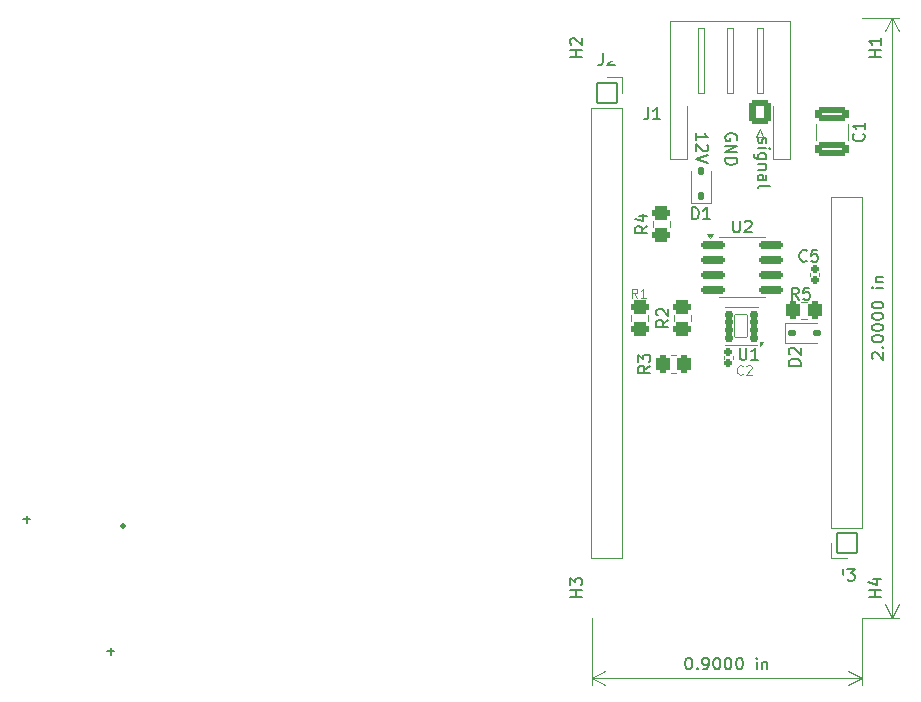
<source format=gbr>
%TF.GenerationSoftware,KiCad,Pcbnew,9.0.1+1*%
%TF.CreationDate,2025-05-19T20:13:15-04:00*%
%TF.ProjectId,lg_hvac_esp32,6c675f68-7661-4635-9f65-737033322e6b,rev?*%
%TF.SameCoordinates,Original*%
%TF.FileFunction,Legend,Top*%
%TF.FilePolarity,Positive*%
%FSLAX46Y46*%
G04 Gerber Fmt 4.6, Leading zero omitted, Abs format (unit mm)*
G04 Created by KiCad (PCBNEW 9.0.1+1) date 2025-05-19 20:13:15*
%MOMM*%
%LPD*%
G01*
G04 APERTURE LIST*
G04 Aperture macros list*
%AMRoundRect*
0 Rectangle with rounded corners*
0 $1 Rounding radius*
0 $2 $3 $4 $5 $6 $7 $8 $9 X,Y pos of 4 corners*
0 Add a 4 corners polygon primitive as box body*
4,1,4,$2,$3,$4,$5,$6,$7,$8,$9,$2,$3,0*
0 Add four circle primitives for the rounded corners*
1,1,$1+$1,$2,$3*
1,1,$1+$1,$4,$5*
1,1,$1+$1,$6,$7*
1,1,$1+$1,$8,$9*
0 Add four rect primitives between the rounded corners*
20,1,$1+$1,$2,$3,$4,$5,0*
20,1,$1+$1,$4,$5,$6,$7,0*
20,1,$1+$1,$6,$7,$8,$9,0*
20,1,$1+$1,$8,$9,$2,$3,0*%
G04 Aperture macros list end*
%ADD10C,0.200000*%
%ADD11C,0.300000*%
%ADD12C,0.150000*%
%ADD13C,0.120000*%
%ADD14C,0.100000*%
%ADD15RoundRect,0.050000X0.850000X0.850000X-0.850000X0.850000X-0.850000X-0.850000X0.850000X-0.850000X0*%
%ADD16C,1.800000*%
%ADD17RoundRect,0.050000X-0.850000X-0.850000X0.850000X-0.850000X0.850000X0.850000X-0.850000X0.850000X0*%
%ADD18C,2.800000*%
%ADD19RoundRect,0.264706X0.635294X0.760294X-0.635294X0.760294X-0.635294X-0.760294X0.635294X-0.760294X0*%
%ADD20O,1.800000X2.050000*%
%ADD21RoundRect,0.137500X0.137500X-0.212500X0.137500X0.212500X-0.137500X0.212500X-0.137500X-0.212500X0*%
%ADD22RoundRect,0.274390X0.288110X0.475610X-0.288110X0.475610X-0.288110X-0.475610X0.288110X-0.475610X0*%
%ADD23RoundRect,0.274390X-0.475610X0.288110X-0.475610X-0.288110X0.475610X-0.288110X0.475610X0.288110X0*%
%ADD24RoundRect,0.274390X0.475610X-0.288110X0.475610X0.288110X-0.475610X0.288110X-0.475610X-0.288110X0*%
%ADD25RoundRect,0.175000X-0.850000X-0.175000X0.850000X-0.175000X0.850000X0.175000X-0.850000X0.175000X0*%
%ADD26RoundRect,0.137500X-0.212500X-0.137500X0.212500X-0.137500X0.212500X0.137500X-0.212500X0.137500X0*%
%ADD27RoundRect,0.165000X-0.195000X0.165000X-0.195000X-0.165000X0.195000X-0.165000X0.195000X0.165000X0*%
%ADD28RoundRect,0.165000X0.195000X-0.165000X0.195000X0.165000X-0.195000X0.165000X-0.195000X-0.165000X0*%
%ADD29RoundRect,0.274390X-0.288110X-0.475610X0.288110X-0.475610X0.288110X0.475610X-0.288110X0.475610X0*%
%ADD30RoundRect,0.050000X0.550000X0.950000X-0.550000X0.950000X-0.550000X-0.950000X0.550000X-0.950000X0*%
%ADD31RoundRect,0.150000X0.212500X0.150000X-0.212500X0.150000X-0.212500X-0.150000X0.212500X-0.150000X0*%
%ADD32RoundRect,0.271739X-1.128261X0.353261X-1.128261X-0.353261X1.128261X-0.353261X1.128261X0.353261X0*%
G04 APERTURE END LIST*
D10*
X100382780Y-35493482D02*
X100382780Y-34922054D01*
X100382780Y-35207768D02*
X101382780Y-35207768D01*
X101382780Y-35207768D02*
X101239923Y-35112530D01*
X101239923Y-35112530D02*
X101144685Y-35017292D01*
X101144685Y-35017292D02*
X101097066Y-34922054D01*
X101287542Y-35874435D02*
X101335161Y-35922054D01*
X101335161Y-35922054D02*
X101382780Y-36017292D01*
X101382780Y-36017292D02*
X101382780Y-36255387D01*
X101382780Y-36255387D02*
X101335161Y-36350625D01*
X101335161Y-36350625D02*
X101287542Y-36398244D01*
X101287542Y-36398244D02*
X101192304Y-36445863D01*
X101192304Y-36445863D02*
X101097066Y-36445863D01*
X101097066Y-36445863D02*
X100954209Y-36398244D01*
X100954209Y-36398244D02*
X100382780Y-35826816D01*
X100382780Y-35826816D02*
X100382780Y-36445863D01*
X101382780Y-36731578D02*
X100382780Y-37064911D01*
X100382780Y-37064911D02*
X101382780Y-37398244D01*
X103785161Y-35493482D02*
X103832780Y-35398244D01*
X103832780Y-35398244D02*
X103832780Y-35255387D01*
X103832780Y-35255387D02*
X103785161Y-35112530D01*
X103785161Y-35112530D02*
X103689923Y-35017292D01*
X103689923Y-35017292D02*
X103594685Y-34969673D01*
X103594685Y-34969673D02*
X103404209Y-34922054D01*
X103404209Y-34922054D02*
X103261352Y-34922054D01*
X103261352Y-34922054D02*
X103070876Y-34969673D01*
X103070876Y-34969673D02*
X102975638Y-35017292D01*
X102975638Y-35017292D02*
X102880400Y-35112530D01*
X102880400Y-35112530D02*
X102832780Y-35255387D01*
X102832780Y-35255387D02*
X102832780Y-35350625D01*
X102832780Y-35350625D02*
X102880400Y-35493482D01*
X102880400Y-35493482D02*
X102928019Y-35541101D01*
X102928019Y-35541101D02*
X103261352Y-35541101D01*
X103261352Y-35541101D02*
X103261352Y-35350625D01*
X102832780Y-35969673D02*
X103832780Y-35969673D01*
X103832780Y-35969673D02*
X102832780Y-36541101D01*
X102832780Y-36541101D02*
X103832780Y-36541101D01*
X102832780Y-37017292D02*
X103832780Y-37017292D01*
X103832780Y-37017292D02*
X103832780Y-37255387D01*
X103832780Y-37255387D02*
X103785161Y-37398244D01*
X103785161Y-37398244D02*
X103689923Y-37493482D01*
X103689923Y-37493482D02*
X103594685Y-37541101D01*
X103594685Y-37541101D02*
X103404209Y-37588720D01*
X103404209Y-37588720D02*
X103261352Y-37588720D01*
X103261352Y-37588720D02*
X103070876Y-37541101D01*
X103070876Y-37541101D02*
X102975638Y-37493482D01*
X102975638Y-37493482D02*
X102880400Y-37398244D01*
X102880400Y-37398244D02*
X102832780Y-37255387D01*
X102832780Y-37255387D02*
X102832780Y-37017292D01*
X105680400Y-35322054D02*
X105632780Y-35417292D01*
X105632780Y-35417292D02*
X105632780Y-35607768D01*
X105632780Y-35607768D02*
X105680400Y-35703006D01*
X105680400Y-35703006D02*
X105775638Y-35750625D01*
X105775638Y-35750625D02*
X105823257Y-35750625D01*
X105823257Y-35750625D02*
X105918495Y-35703006D01*
X105918495Y-35703006D02*
X105966114Y-35607768D01*
X105966114Y-35607768D02*
X105966114Y-35464911D01*
X105966114Y-35464911D02*
X106013733Y-35369673D01*
X106013733Y-35369673D02*
X106108971Y-35322054D01*
X106108971Y-35322054D02*
X106156590Y-35322054D01*
X106156590Y-35322054D02*
X106251828Y-35369673D01*
X106251828Y-35369673D02*
X106299447Y-35464911D01*
X106299447Y-35464911D02*
X106299447Y-35607768D01*
X106299447Y-35607768D02*
X106251828Y-35703006D01*
X105632780Y-36179197D02*
X106299447Y-36179197D01*
X106632780Y-36179197D02*
X106585161Y-36131578D01*
X106585161Y-36131578D02*
X106537542Y-36179197D01*
X106537542Y-36179197D02*
X106585161Y-36226816D01*
X106585161Y-36226816D02*
X106632780Y-36179197D01*
X106632780Y-36179197D02*
X106537542Y-36179197D01*
X106299447Y-37083958D02*
X105489923Y-37083958D01*
X105489923Y-37083958D02*
X105394685Y-37036339D01*
X105394685Y-37036339D02*
X105347066Y-36988720D01*
X105347066Y-36988720D02*
X105299447Y-36893482D01*
X105299447Y-36893482D02*
X105299447Y-36750625D01*
X105299447Y-36750625D02*
X105347066Y-36655387D01*
X105680400Y-37083958D02*
X105632780Y-36988720D01*
X105632780Y-36988720D02*
X105632780Y-36798244D01*
X105632780Y-36798244D02*
X105680400Y-36703006D01*
X105680400Y-36703006D02*
X105728019Y-36655387D01*
X105728019Y-36655387D02*
X105823257Y-36607768D01*
X105823257Y-36607768D02*
X106108971Y-36607768D01*
X106108971Y-36607768D02*
X106204209Y-36655387D01*
X106204209Y-36655387D02*
X106251828Y-36703006D01*
X106251828Y-36703006D02*
X106299447Y-36798244D01*
X106299447Y-36798244D02*
X106299447Y-36988720D01*
X106299447Y-36988720D02*
X106251828Y-37083958D01*
X106299447Y-37560149D02*
X105632780Y-37560149D01*
X106204209Y-37560149D02*
X106251828Y-37607768D01*
X106251828Y-37607768D02*
X106299447Y-37703006D01*
X106299447Y-37703006D02*
X106299447Y-37845863D01*
X106299447Y-37845863D02*
X106251828Y-37941101D01*
X106251828Y-37941101D02*
X106156590Y-37988720D01*
X106156590Y-37988720D02*
X105632780Y-37988720D01*
X105632780Y-38893482D02*
X106156590Y-38893482D01*
X106156590Y-38893482D02*
X106251828Y-38845863D01*
X106251828Y-38845863D02*
X106299447Y-38750625D01*
X106299447Y-38750625D02*
X106299447Y-38560149D01*
X106299447Y-38560149D02*
X106251828Y-38464911D01*
X105680400Y-38893482D02*
X105632780Y-38798244D01*
X105632780Y-38798244D02*
X105632780Y-38560149D01*
X105632780Y-38560149D02*
X105680400Y-38464911D01*
X105680400Y-38464911D02*
X105775638Y-38417292D01*
X105775638Y-38417292D02*
X105870876Y-38417292D01*
X105870876Y-38417292D02*
X105966114Y-38464911D01*
X105966114Y-38464911D02*
X106013733Y-38560149D01*
X106013733Y-38560149D02*
X106013733Y-38798244D01*
X106013733Y-38798244D02*
X106061352Y-38893482D01*
X105632780Y-39512530D02*
X105680400Y-39417292D01*
X105680400Y-39417292D02*
X105775638Y-39369673D01*
X105775638Y-39369673D02*
X106632780Y-39369673D01*
X50495238Y-78794933D02*
X51104762Y-78794933D01*
X50800000Y-79099695D02*
X50800000Y-78490171D01*
D11*
X51815999Y-68099471D02*
X51887428Y-68170900D01*
X51887428Y-68170900D02*
X51815999Y-68242328D01*
X51815999Y-68242328D02*
X51744571Y-68170900D01*
X51744571Y-68170900D02*
X51815999Y-68099471D01*
X51815999Y-68099471D02*
X51815999Y-68242328D01*
D10*
X43383238Y-67618933D02*
X43992762Y-67618933D01*
X43688000Y-67923695D02*
X43688000Y-67314171D01*
D12*
X99688095Y-79314819D02*
X99783333Y-79314819D01*
X99783333Y-79314819D02*
X99878571Y-79362438D01*
X99878571Y-79362438D02*
X99926190Y-79410057D01*
X99926190Y-79410057D02*
X99973809Y-79505295D01*
X99973809Y-79505295D02*
X100021428Y-79695771D01*
X100021428Y-79695771D02*
X100021428Y-79933866D01*
X100021428Y-79933866D02*
X99973809Y-80124342D01*
X99973809Y-80124342D02*
X99926190Y-80219580D01*
X99926190Y-80219580D02*
X99878571Y-80267200D01*
X99878571Y-80267200D02*
X99783333Y-80314819D01*
X99783333Y-80314819D02*
X99688095Y-80314819D01*
X99688095Y-80314819D02*
X99592857Y-80267200D01*
X99592857Y-80267200D02*
X99545238Y-80219580D01*
X99545238Y-80219580D02*
X99497619Y-80124342D01*
X99497619Y-80124342D02*
X99450000Y-79933866D01*
X99450000Y-79933866D02*
X99450000Y-79695771D01*
X99450000Y-79695771D02*
X99497619Y-79505295D01*
X99497619Y-79505295D02*
X99545238Y-79410057D01*
X99545238Y-79410057D02*
X99592857Y-79362438D01*
X99592857Y-79362438D02*
X99688095Y-79314819D01*
X100450000Y-80219580D02*
X100497619Y-80267200D01*
X100497619Y-80267200D02*
X100450000Y-80314819D01*
X100450000Y-80314819D02*
X100402381Y-80267200D01*
X100402381Y-80267200D02*
X100450000Y-80219580D01*
X100450000Y-80219580D02*
X100450000Y-80314819D01*
X100973809Y-80314819D02*
X101164285Y-80314819D01*
X101164285Y-80314819D02*
X101259523Y-80267200D01*
X101259523Y-80267200D02*
X101307142Y-80219580D01*
X101307142Y-80219580D02*
X101402380Y-80076723D01*
X101402380Y-80076723D02*
X101449999Y-79886247D01*
X101449999Y-79886247D02*
X101449999Y-79505295D01*
X101449999Y-79505295D02*
X101402380Y-79410057D01*
X101402380Y-79410057D02*
X101354761Y-79362438D01*
X101354761Y-79362438D02*
X101259523Y-79314819D01*
X101259523Y-79314819D02*
X101069047Y-79314819D01*
X101069047Y-79314819D02*
X100973809Y-79362438D01*
X100973809Y-79362438D02*
X100926190Y-79410057D01*
X100926190Y-79410057D02*
X100878571Y-79505295D01*
X100878571Y-79505295D02*
X100878571Y-79743390D01*
X100878571Y-79743390D02*
X100926190Y-79838628D01*
X100926190Y-79838628D02*
X100973809Y-79886247D01*
X100973809Y-79886247D02*
X101069047Y-79933866D01*
X101069047Y-79933866D02*
X101259523Y-79933866D01*
X101259523Y-79933866D02*
X101354761Y-79886247D01*
X101354761Y-79886247D02*
X101402380Y-79838628D01*
X101402380Y-79838628D02*
X101449999Y-79743390D01*
X102069047Y-79314819D02*
X102164285Y-79314819D01*
X102164285Y-79314819D02*
X102259523Y-79362438D01*
X102259523Y-79362438D02*
X102307142Y-79410057D01*
X102307142Y-79410057D02*
X102354761Y-79505295D01*
X102354761Y-79505295D02*
X102402380Y-79695771D01*
X102402380Y-79695771D02*
X102402380Y-79933866D01*
X102402380Y-79933866D02*
X102354761Y-80124342D01*
X102354761Y-80124342D02*
X102307142Y-80219580D01*
X102307142Y-80219580D02*
X102259523Y-80267200D01*
X102259523Y-80267200D02*
X102164285Y-80314819D01*
X102164285Y-80314819D02*
X102069047Y-80314819D01*
X102069047Y-80314819D02*
X101973809Y-80267200D01*
X101973809Y-80267200D02*
X101926190Y-80219580D01*
X101926190Y-80219580D02*
X101878571Y-80124342D01*
X101878571Y-80124342D02*
X101830952Y-79933866D01*
X101830952Y-79933866D02*
X101830952Y-79695771D01*
X101830952Y-79695771D02*
X101878571Y-79505295D01*
X101878571Y-79505295D02*
X101926190Y-79410057D01*
X101926190Y-79410057D02*
X101973809Y-79362438D01*
X101973809Y-79362438D02*
X102069047Y-79314819D01*
X103021428Y-79314819D02*
X103116666Y-79314819D01*
X103116666Y-79314819D02*
X103211904Y-79362438D01*
X103211904Y-79362438D02*
X103259523Y-79410057D01*
X103259523Y-79410057D02*
X103307142Y-79505295D01*
X103307142Y-79505295D02*
X103354761Y-79695771D01*
X103354761Y-79695771D02*
X103354761Y-79933866D01*
X103354761Y-79933866D02*
X103307142Y-80124342D01*
X103307142Y-80124342D02*
X103259523Y-80219580D01*
X103259523Y-80219580D02*
X103211904Y-80267200D01*
X103211904Y-80267200D02*
X103116666Y-80314819D01*
X103116666Y-80314819D02*
X103021428Y-80314819D01*
X103021428Y-80314819D02*
X102926190Y-80267200D01*
X102926190Y-80267200D02*
X102878571Y-80219580D01*
X102878571Y-80219580D02*
X102830952Y-80124342D01*
X102830952Y-80124342D02*
X102783333Y-79933866D01*
X102783333Y-79933866D02*
X102783333Y-79695771D01*
X102783333Y-79695771D02*
X102830952Y-79505295D01*
X102830952Y-79505295D02*
X102878571Y-79410057D01*
X102878571Y-79410057D02*
X102926190Y-79362438D01*
X102926190Y-79362438D02*
X103021428Y-79314819D01*
X103973809Y-79314819D02*
X104069047Y-79314819D01*
X104069047Y-79314819D02*
X104164285Y-79362438D01*
X104164285Y-79362438D02*
X104211904Y-79410057D01*
X104211904Y-79410057D02*
X104259523Y-79505295D01*
X104259523Y-79505295D02*
X104307142Y-79695771D01*
X104307142Y-79695771D02*
X104307142Y-79933866D01*
X104307142Y-79933866D02*
X104259523Y-80124342D01*
X104259523Y-80124342D02*
X104211904Y-80219580D01*
X104211904Y-80219580D02*
X104164285Y-80267200D01*
X104164285Y-80267200D02*
X104069047Y-80314819D01*
X104069047Y-80314819D02*
X103973809Y-80314819D01*
X103973809Y-80314819D02*
X103878571Y-80267200D01*
X103878571Y-80267200D02*
X103830952Y-80219580D01*
X103830952Y-80219580D02*
X103783333Y-80124342D01*
X103783333Y-80124342D02*
X103735714Y-79933866D01*
X103735714Y-79933866D02*
X103735714Y-79695771D01*
X103735714Y-79695771D02*
X103783333Y-79505295D01*
X103783333Y-79505295D02*
X103830952Y-79410057D01*
X103830952Y-79410057D02*
X103878571Y-79362438D01*
X103878571Y-79362438D02*
X103973809Y-79314819D01*
X105497619Y-80314819D02*
X105497619Y-79648152D01*
X105497619Y-79314819D02*
X105450000Y-79362438D01*
X105450000Y-79362438D02*
X105497619Y-79410057D01*
X105497619Y-79410057D02*
X105545238Y-79362438D01*
X105545238Y-79362438D02*
X105497619Y-79314819D01*
X105497619Y-79314819D02*
X105497619Y-79410057D01*
X105973809Y-79648152D02*
X105973809Y-80314819D01*
X105973809Y-79743390D02*
X106021428Y-79695771D01*
X106021428Y-79695771D02*
X106116666Y-79648152D01*
X106116666Y-79648152D02*
X106259523Y-79648152D01*
X106259523Y-79648152D02*
X106354761Y-79695771D01*
X106354761Y-79695771D02*
X106402380Y-79791009D01*
X106402380Y-79791009D02*
X106402380Y-80314819D01*
D13*
X91520000Y-75930000D02*
X91520000Y-81596420D01*
X114380000Y-75930000D02*
X114380000Y-81596420D01*
X91520000Y-81010000D02*
X114380000Y-81010000D01*
X91520000Y-81010000D02*
X92646504Y-80423579D01*
X91520000Y-81010000D02*
X92646504Y-81596421D01*
X114380000Y-81010000D02*
X113253496Y-81596421D01*
X114380000Y-81010000D02*
X113253496Y-80423579D01*
D12*
X115320057Y-54029999D02*
X115272438Y-53982380D01*
X115272438Y-53982380D02*
X115224819Y-53887142D01*
X115224819Y-53887142D02*
X115224819Y-53649047D01*
X115224819Y-53649047D02*
X115272438Y-53553809D01*
X115272438Y-53553809D02*
X115320057Y-53506190D01*
X115320057Y-53506190D02*
X115415295Y-53458571D01*
X115415295Y-53458571D02*
X115510533Y-53458571D01*
X115510533Y-53458571D02*
X115653390Y-53506190D01*
X115653390Y-53506190D02*
X116224819Y-54077618D01*
X116224819Y-54077618D02*
X116224819Y-53458571D01*
X116129580Y-53029999D02*
X116177200Y-52982380D01*
X116177200Y-52982380D02*
X116224819Y-53029999D01*
X116224819Y-53029999D02*
X116177200Y-53077618D01*
X116177200Y-53077618D02*
X116129580Y-53029999D01*
X116129580Y-53029999D02*
X116224819Y-53029999D01*
X115224819Y-52363333D02*
X115224819Y-52268095D01*
X115224819Y-52268095D02*
X115272438Y-52172857D01*
X115272438Y-52172857D02*
X115320057Y-52125238D01*
X115320057Y-52125238D02*
X115415295Y-52077619D01*
X115415295Y-52077619D02*
X115605771Y-52030000D01*
X115605771Y-52030000D02*
X115843866Y-52030000D01*
X115843866Y-52030000D02*
X116034342Y-52077619D01*
X116034342Y-52077619D02*
X116129580Y-52125238D01*
X116129580Y-52125238D02*
X116177200Y-52172857D01*
X116177200Y-52172857D02*
X116224819Y-52268095D01*
X116224819Y-52268095D02*
X116224819Y-52363333D01*
X116224819Y-52363333D02*
X116177200Y-52458571D01*
X116177200Y-52458571D02*
X116129580Y-52506190D01*
X116129580Y-52506190D02*
X116034342Y-52553809D01*
X116034342Y-52553809D02*
X115843866Y-52601428D01*
X115843866Y-52601428D02*
X115605771Y-52601428D01*
X115605771Y-52601428D02*
X115415295Y-52553809D01*
X115415295Y-52553809D02*
X115320057Y-52506190D01*
X115320057Y-52506190D02*
X115272438Y-52458571D01*
X115272438Y-52458571D02*
X115224819Y-52363333D01*
X115224819Y-51410952D02*
X115224819Y-51315714D01*
X115224819Y-51315714D02*
X115272438Y-51220476D01*
X115272438Y-51220476D02*
X115320057Y-51172857D01*
X115320057Y-51172857D02*
X115415295Y-51125238D01*
X115415295Y-51125238D02*
X115605771Y-51077619D01*
X115605771Y-51077619D02*
X115843866Y-51077619D01*
X115843866Y-51077619D02*
X116034342Y-51125238D01*
X116034342Y-51125238D02*
X116129580Y-51172857D01*
X116129580Y-51172857D02*
X116177200Y-51220476D01*
X116177200Y-51220476D02*
X116224819Y-51315714D01*
X116224819Y-51315714D02*
X116224819Y-51410952D01*
X116224819Y-51410952D02*
X116177200Y-51506190D01*
X116177200Y-51506190D02*
X116129580Y-51553809D01*
X116129580Y-51553809D02*
X116034342Y-51601428D01*
X116034342Y-51601428D02*
X115843866Y-51649047D01*
X115843866Y-51649047D02*
X115605771Y-51649047D01*
X115605771Y-51649047D02*
X115415295Y-51601428D01*
X115415295Y-51601428D02*
X115320057Y-51553809D01*
X115320057Y-51553809D02*
X115272438Y-51506190D01*
X115272438Y-51506190D02*
X115224819Y-51410952D01*
X115224819Y-50458571D02*
X115224819Y-50363333D01*
X115224819Y-50363333D02*
X115272438Y-50268095D01*
X115272438Y-50268095D02*
X115320057Y-50220476D01*
X115320057Y-50220476D02*
X115415295Y-50172857D01*
X115415295Y-50172857D02*
X115605771Y-50125238D01*
X115605771Y-50125238D02*
X115843866Y-50125238D01*
X115843866Y-50125238D02*
X116034342Y-50172857D01*
X116034342Y-50172857D02*
X116129580Y-50220476D01*
X116129580Y-50220476D02*
X116177200Y-50268095D01*
X116177200Y-50268095D02*
X116224819Y-50363333D01*
X116224819Y-50363333D02*
X116224819Y-50458571D01*
X116224819Y-50458571D02*
X116177200Y-50553809D01*
X116177200Y-50553809D02*
X116129580Y-50601428D01*
X116129580Y-50601428D02*
X116034342Y-50649047D01*
X116034342Y-50649047D02*
X115843866Y-50696666D01*
X115843866Y-50696666D02*
X115605771Y-50696666D01*
X115605771Y-50696666D02*
X115415295Y-50649047D01*
X115415295Y-50649047D02*
X115320057Y-50601428D01*
X115320057Y-50601428D02*
X115272438Y-50553809D01*
X115272438Y-50553809D02*
X115224819Y-50458571D01*
X115224819Y-49506190D02*
X115224819Y-49410952D01*
X115224819Y-49410952D02*
X115272438Y-49315714D01*
X115272438Y-49315714D02*
X115320057Y-49268095D01*
X115320057Y-49268095D02*
X115415295Y-49220476D01*
X115415295Y-49220476D02*
X115605771Y-49172857D01*
X115605771Y-49172857D02*
X115843866Y-49172857D01*
X115843866Y-49172857D02*
X116034342Y-49220476D01*
X116034342Y-49220476D02*
X116129580Y-49268095D01*
X116129580Y-49268095D02*
X116177200Y-49315714D01*
X116177200Y-49315714D02*
X116224819Y-49410952D01*
X116224819Y-49410952D02*
X116224819Y-49506190D01*
X116224819Y-49506190D02*
X116177200Y-49601428D01*
X116177200Y-49601428D02*
X116129580Y-49649047D01*
X116129580Y-49649047D02*
X116034342Y-49696666D01*
X116034342Y-49696666D02*
X115843866Y-49744285D01*
X115843866Y-49744285D02*
X115605771Y-49744285D01*
X115605771Y-49744285D02*
X115415295Y-49696666D01*
X115415295Y-49696666D02*
X115320057Y-49649047D01*
X115320057Y-49649047D02*
X115272438Y-49601428D01*
X115272438Y-49601428D02*
X115224819Y-49506190D01*
X116224819Y-47982380D02*
X115558152Y-47982380D01*
X115224819Y-47982380D02*
X115272438Y-48029999D01*
X115272438Y-48029999D02*
X115320057Y-47982380D01*
X115320057Y-47982380D02*
X115272438Y-47934761D01*
X115272438Y-47934761D02*
X115224819Y-47982380D01*
X115224819Y-47982380D02*
X115320057Y-47982380D01*
X115558152Y-47506190D02*
X116224819Y-47506190D01*
X115653390Y-47506190D02*
X115605771Y-47458571D01*
X115605771Y-47458571D02*
X115558152Y-47363333D01*
X115558152Y-47363333D02*
X115558152Y-47220476D01*
X115558152Y-47220476D02*
X115605771Y-47125238D01*
X115605771Y-47125238D02*
X115701009Y-47077619D01*
X115701009Y-47077619D02*
X116224819Y-47077619D01*
D13*
X114380000Y-75930000D02*
X117506420Y-75930000D01*
X114380000Y-25130000D02*
X117506420Y-25130000D01*
X116920000Y-75930000D02*
X116920000Y-25130000D01*
X116920000Y-75930000D02*
X116333579Y-74803496D01*
X116920000Y-75930000D02*
X117506421Y-74803496D01*
X116920000Y-25130000D02*
X117506421Y-26256504D01*
X116920000Y-25130000D02*
X116333579Y-26256504D01*
D12*
X112776666Y-71804819D02*
X112776666Y-72519104D01*
X112776666Y-72519104D02*
X112729047Y-72661961D01*
X112729047Y-72661961D02*
X112633809Y-72757200D01*
X112633809Y-72757200D02*
X112490952Y-72804819D01*
X112490952Y-72804819D02*
X112395714Y-72804819D01*
X113157619Y-71804819D02*
X113776666Y-71804819D01*
X113776666Y-71804819D02*
X113443333Y-72185771D01*
X113443333Y-72185771D02*
X113586190Y-72185771D01*
X113586190Y-72185771D02*
X113681428Y-72233390D01*
X113681428Y-72233390D02*
X113729047Y-72281009D01*
X113729047Y-72281009D02*
X113776666Y-72376247D01*
X113776666Y-72376247D02*
X113776666Y-72614342D01*
X113776666Y-72614342D02*
X113729047Y-72709580D01*
X113729047Y-72709580D02*
X113681428Y-72757200D01*
X113681428Y-72757200D02*
X113586190Y-72804819D01*
X113586190Y-72804819D02*
X113300476Y-72804819D01*
X113300476Y-72804819D02*
X113205238Y-72757200D01*
X113205238Y-72757200D02*
X113157619Y-72709580D01*
X92456666Y-28164819D02*
X92456666Y-28879104D01*
X92456666Y-28879104D02*
X92409047Y-29021961D01*
X92409047Y-29021961D02*
X92313809Y-29117200D01*
X92313809Y-29117200D02*
X92170952Y-29164819D01*
X92170952Y-29164819D02*
X92075714Y-29164819D01*
X92885238Y-28260057D02*
X92932857Y-28212438D01*
X92932857Y-28212438D02*
X93028095Y-28164819D01*
X93028095Y-28164819D02*
X93266190Y-28164819D01*
X93266190Y-28164819D02*
X93361428Y-28212438D01*
X93361428Y-28212438D02*
X93409047Y-28260057D01*
X93409047Y-28260057D02*
X93456666Y-28355295D01*
X93456666Y-28355295D02*
X93456666Y-28450533D01*
X93456666Y-28450533D02*
X93409047Y-28593390D01*
X93409047Y-28593390D02*
X92837619Y-29164819D01*
X92837619Y-29164819D02*
X93456666Y-29164819D01*
X90704819Y-74151904D02*
X89704819Y-74151904D01*
X90181009Y-74151904D02*
X90181009Y-73580476D01*
X90704819Y-73580476D02*
X89704819Y-73580476D01*
X89704819Y-73199523D02*
X89704819Y-72580476D01*
X89704819Y-72580476D02*
X90085771Y-72913809D01*
X90085771Y-72913809D02*
X90085771Y-72770952D01*
X90085771Y-72770952D02*
X90133390Y-72675714D01*
X90133390Y-72675714D02*
X90181009Y-72628095D01*
X90181009Y-72628095D02*
X90276247Y-72580476D01*
X90276247Y-72580476D02*
X90514342Y-72580476D01*
X90514342Y-72580476D02*
X90609580Y-72628095D01*
X90609580Y-72628095D02*
X90657200Y-72675714D01*
X90657200Y-72675714D02*
X90704819Y-72770952D01*
X90704819Y-72770952D02*
X90704819Y-73056666D01*
X90704819Y-73056666D02*
X90657200Y-73151904D01*
X90657200Y-73151904D02*
X90609580Y-73199523D01*
X115994819Y-28431904D02*
X114994819Y-28431904D01*
X115471009Y-28431904D02*
X115471009Y-27860476D01*
X115994819Y-27860476D02*
X114994819Y-27860476D01*
X115994819Y-26860476D02*
X115994819Y-27431904D01*
X115994819Y-27146190D02*
X114994819Y-27146190D01*
X114994819Y-27146190D02*
X115137676Y-27241428D01*
X115137676Y-27241428D02*
X115232914Y-27336666D01*
X115232914Y-27336666D02*
X115280533Y-27431904D01*
X115994819Y-74151904D02*
X114994819Y-74151904D01*
X115471009Y-74151904D02*
X115471009Y-73580476D01*
X115994819Y-73580476D02*
X114994819Y-73580476D01*
X115328152Y-72675714D02*
X115994819Y-72675714D01*
X114947200Y-72913809D02*
X115661485Y-73151904D01*
X115661485Y-73151904D02*
X115661485Y-72532857D01*
X90704819Y-28431904D02*
X89704819Y-28431904D01*
X90181009Y-28431904D02*
X90181009Y-27860476D01*
X90704819Y-27860476D02*
X89704819Y-27860476D01*
X89800057Y-27431904D02*
X89752438Y-27384285D01*
X89752438Y-27384285D02*
X89704819Y-27289047D01*
X89704819Y-27289047D02*
X89704819Y-27050952D01*
X89704819Y-27050952D02*
X89752438Y-26955714D01*
X89752438Y-26955714D02*
X89800057Y-26908095D01*
X89800057Y-26908095D02*
X89895295Y-26860476D01*
X89895295Y-26860476D02*
X89990533Y-26860476D01*
X89990533Y-26860476D02*
X90133390Y-26908095D01*
X90133390Y-26908095D02*
X90704819Y-27479523D01*
X90704819Y-27479523D02*
X90704819Y-26860476D01*
X96312666Y-32736819D02*
X96312666Y-33451104D01*
X96312666Y-33451104D02*
X96265047Y-33593961D01*
X96265047Y-33593961D02*
X96169809Y-33689200D01*
X96169809Y-33689200D02*
X96026952Y-33736819D01*
X96026952Y-33736819D02*
X95931714Y-33736819D01*
X97312666Y-33736819D02*
X96741238Y-33736819D01*
X97026952Y-33736819D02*
X97026952Y-32736819D01*
X97026952Y-32736819D02*
X96931714Y-32879676D01*
X96931714Y-32879676D02*
X96836476Y-32974914D01*
X96836476Y-32974914D02*
X96741238Y-33022533D01*
X100011905Y-42194819D02*
X100011905Y-41194819D01*
X100011905Y-41194819D02*
X100250000Y-41194819D01*
X100250000Y-41194819D02*
X100392857Y-41242438D01*
X100392857Y-41242438D02*
X100488095Y-41337676D01*
X100488095Y-41337676D02*
X100535714Y-41432914D01*
X100535714Y-41432914D02*
X100583333Y-41623390D01*
X100583333Y-41623390D02*
X100583333Y-41766247D01*
X100583333Y-41766247D02*
X100535714Y-41956723D01*
X100535714Y-41956723D02*
X100488095Y-42051961D01*
X100488095Y-42051961D02*
X100392857Y-42147200D01*
X100392857Y-42147200D02*
X100250000Y-42194819D01*
X100250000Y-42194819D02*
X100011905Y-42194819D01*
X101535714Y-42194819D02*
X100964286Y-42194819D01*
X101250000Y-42194819D02*
X101250000Y-41194819D01*
X101250000Y-41194819D02*
X101154762Y-41337676D01*
X101154762Y-41337676D02*
X101059524Y-41432914D01*
X101059524Y-41432914D02*
X100964286Y-41480533D01*
X96468319Y-54616666D02*
X95992128Y-54949999D01*
X96468319Y-55188094D02*
X95468319Y-55188094D01*
X95468319Y-55188094D02*
X95468319Y-54807142D01*
X95468319Y-54807142D02*
X95515938Y-54711904D01*
X95515938Y-54711904D02*
X95563557Y-54664285D01*
X95563557Y-54664285D02*
X95658795Y-54616666D01*
X95658795Y-54616666D02*
X95801652Y-54616666D01*
X95801652Y-54616666D02*
X95896890Y-54664285D01*
X95896890Y-54664285D02*
X95944509Y-54711904D01*
X95944509Y-54711904D02*
X95992128Y-54807142D01*
X95992128Y-54807142D02*
X95992128Y-55188094D01*
X95468319Y-54283332D02*
X95468319Y-53664285D01*
X95468319Y-53664285D02*
X95849271Y-53997618D01*
X95849271Y-53997618D02*
X95849271Y-53854761D01*
X95849271Y-53854761D02*
X95896890Y-53759523D01*
X95896890Y-53759523D02*
X95944509Y-53711904D01*
X95944509Y-53711904D02*
X96039747Y-53664285D01*
X96039747Y-53664285D02*
X96277842Y-53664285D01*
X96277842Y-53664285D02*
X96373080Y-53711904D01*
X96373080Y-53711904D02*
X96420700Y-53759523D01*
X96420700Y-53759523D02*
X96468319Y-53854761D01*
X96468319Y-53854761D02*
X96468319Y-54140475D01*
X96468319Y-54140475D02*
X96420700Y-54235713D01*
X96420700Y-54235713D02*
X96373080Y-54283332D01*
D14*
X95354699Y-48864895D02*
X95088032Y-48483942D01*
X94897556Y-48864895D02*
X94897556Y-48064895D01*
X94897556Y-48064895D02*
X95202318Y-48064895D01*
X95202318Y-48064895D02*
X95278508Y-48102990D01*
X95278508Y-48102990D02*
X95316603Y-48141085D01*
X95316603Y-48141085D02*
X95354699Y-48217276D01*
X95354699Y-48217276D02*
X95354699Y-48331561D01*
X95354699Y-48331561D02*
X95316603Y-48407752D01*
X95316603Y-48407752D02*
X95278508Y-48445847D01*
X95278508Y-48445847D02*
X95202318Y-48483942D01*
X95202318Y-48483942D02*
X94897556Y-48483942D01*
X96116603Y-48864895D02*
X95659460Y-48864895D01*
X95888032Y-48864895D02*
X95888032Y-48064895D01*
X95888032Y-48064895D02*
X95811841Y-48179180D01*
X95811841Y-48179180D02*
X95735651Y-48255371D01*
X95735651Y-48255371D02*
X95659460Y-48293466D01*
D12*
X98004819Y-50716666D02*
X97528628Y-51049999D01*
X98004819Y-51288094D02*
X97004819Y-51288094D01*
X97004819Y-51288094D02*
X97004819Y-50907142D01*
X97004819Y-50907142D02*
X97052438Y-50811904D01*
X97052438Y-50811904D02*
X97100057Y-50764285D01*
X97100057Y-50764285D02*
X97195295Y-50716666D01*
X97195295Y-50716666D02*
X97338152Y-50716666D01*
X97338152Y-50716666D02*
X97433390Y-50764285D01*
X97433390Y-50764285D02*
X97481009Y-50811904D01*
X97481009Y-50811904D02*
X97528628Y-50907142D01*
X97528628Y-50907142D02*
X97528628Y-51288094D01*
X97100057Y-50335713D02*
X97052438Y-50288094D01*
X97052438Y-50288094D02*
X97004819Y-50192856D01*
X97004819Y-50192856D02*
X97004819Y-49954761D01*
X97004819Y-49954761D02*
X97052438Y-49859523D01*
X97052438Y-49859523D02*
X97100057Y-49811904D01*
X97100057Y-49811904D02*
X97195295Y-49764285D01*
X97195295Y-49764285D02*
X97290533Y-49764285D01*
X97290533Y-49764285D02*
X97433390Y-49811904D01*
X97433390Y-49811904D02*
X98004819Y-50383332D01*
X98004819Y-50383332D02*
X98004819Y-49764285D01*
X96218319Y-42765666D02*
X95742128Y-43098999D01*
X96218319Y-43337094D02*
X95218319Y-43337094D01*
X95218319Y-43337094D02*
X95218319Y-42956142D01*
X95218319Y-42956142D02*
X95265938Y-42860904D01*
X95265938Y-42860904D02*
X95313557Y-42813285D01*
X95313557Y-42813285D02*
X95408795Y-42765666D01*
X95408795Y-42765666D02*
X95551652Y-42765666D01*
X95551652Y-42765666D02*
X95646890Y-42813285D01*
X95646890Y-42813285D02*
X95694509Y-42860904D01*
X95694509Y-42860904D02*
X95742128Y-42956142D01*
X95742128Y-42956142D02*
X95742128Y-43337094D01*
X95551652Y-41908523D02*
X96218319Y-41908523D01*
X95170700Y-42146618D02*
X95884985Y-42384713D01*
X95884985Y-42384713D02*
X95884985Y-41765666D01*
X103488095Y-42304819D02*
X103488095Y-43114342D01*
X103488095Y-43114342D02*
X103535714Y-43209580D01*
X103535714Y-43209580D02*
X103583333Y-43257200D01*
X103583333Y-43257200D02*
X103678571Y-43304819D01*
X103678571Y-43304819D02*
X103869047Y-43304819D01*
X103869047Y-43304819D02*
X103964285Y-43257200D01*
X103964285Y-43257200D02*
X104011904Y-43209580D01*
X104011904Y-43209580D02*
X104059523Y-43114342D01*
X104059523Y-43114342D02*
X104059523Y-42304819D01*
X104488095Y-42400057D02*
X104535714Y-42352438D01*
X104535714Y-42352438D02*
X104630952Y-42304819D01*
X104630952Y-42304819D02*
X104869047Y-42304819D01*
X104869047Y-42304819D02*
X104964285Y-42352438D01*
X104964285Y-42352438D02*
X105011904Y-42400057D01*
X105011904Y-42400057D02*
X105059523Y-42495295D01*
X105059523Y-42495295D02*
X105059523Y-42590533D01*
X105059523Y-42590533D02*
X105011904Y-42733390D01*
X105011904Y-42733390D02*
X104440476Y-43304819D01*
X104440476Y-43304819D02*
X105059523Y-43304819D01*
X109204819Y-54588094D02*
X108204819Y-54588094D01*
X108204819Y-54588094D02*
X108204819Y-54349999D01*
X108204819Y-54349999D02*
X108252438Y-54207142D01*
X108252438Y-54207142D02*
X108347676Y-54111904D01*
X108347676Y-54111904D02*
X108442914Y-54064285D01*
X108442914Y-54064285D02*
X108633390Y-54016666D01*
X108633390Y-54016666D02*
X108776247Y-54016666D01*
X108776247Y-54016666D02*
X108966723Y-54064285D01*
X108966723Y-54064285D02*
X109061961Y-54111904D01*
X109061961Y-54111904D02*
X109157200Y-54207142D01*
X109157200Y-54207142D02*
X109204819Y-54349999D01*
X109204819Y-54349999D02*
X109204819Y-54588094D01*
X108300057Y-53635713D02*
X108252438Y-53588094D01*
X108252438Y-53588094D02*
X108204819Y-53492856D01*
X108204819Y-53492856D02*
X108204819Y-53254761D01*
X108204819Y-53254761D02*
X108252438Y-53159523D01*
X108252438Y-53159523D02*
X108300057Y-53111904D01*
X108300057Y-53111904D02*
X108395295Y-53064285D01*
X108395295Y-53064285D02*
X108490533Y-53064285D01*
X108490533Y-53064285D02*
X108633390Y-53111904D01*
X108633390Y-53111904D02*
X109204819Y-53683332D01*
X109204819Y-53683332D02*
X109204819Y-53064285D01*
D14*
X104316667Y-55288704D02*
X104278571Y-55326800D01*
X104278571Y-55326800D02*
X104164286Y-55364895D01*
X104164286Y-55364895D02*
X104088095Y-55364895D01*
X104088095Y-55364895D02*
X103973809Y-55326800D01*
X103973809Y-55326800D02*
X103897619Y-55250609D01*
X103897619Y-55250609D02*
X103859524Y-55174419D01*
X103859524Y-55174419D02*
X103821428Y-55022038D01*
X103821428Y-55022038D02*
X103821428Y-54907752D01*
X103821428Y-54907752D02*
X103859524Y-54755371D01*
X103859524Y-54755371D02*
X103897619Y-54679180D01*
X103897619Y-54679180D02*
X103973809Y-54602990D01*
X103973809Y-54602990D02*
X104088095Y-54564895D01*
X104088095Y-54564895D02*
X104164286Y-54564895D01*
X104164286Y-54564895D02*
X104278571Y-54602990D01*
X104278571Y-54602990D02*
X104316667Y-54641085D01*
X104621428Y-54641085D02*
X104659524Y-54602990D01*
X104659524Y-54602990D02*
X104735714Y-54564895D01*
X104735714Y-54564895D02*
X104926190Y-54564895D01*
X104926190Y-54564895D02*
X105002381Y-54602990D01*
X105002381Y-54602990D02*
X105040476Y-54641085D01*
X105040476Y-54641085D02*
X105078571Y-54717276D01*
X105078571Y-54717276D02*
X105078571Y-54793466D01*
X105078571Y-54793466D02*
X105040476Y-54907752D01*
X105040476Y-54907752D02*
X104583333Y-55364895D01*
X104583333Y-55364895D02*
X105078571Y-55364895D01*
D12*
X109725333Y-45699580D02*
X109677714Y-45747200D01*
X109677714Y-45747200D02*
X109534857Y-45794819D01*
X109534857Y-45794819D02*
X109439619Y-45794819D01*
X109439619Y-45794819D02*
X109296762Y-45747200D01*
X109296762Y-45747200D02*
X109201524Y-45651961D01*
X109201524Y-45651961D02*
X109153905Y-45556723D01*
X109153905Y-45556723D02*
X109106286Y-45366247D01*
X109106286Y-45366247D02*
X109106286Y-45223390D01*
X109106286Y-45223390D02*
X109153905Y-45032914D01*
X109153905Y-45032914D02*
X109201524Y-44937676D01*
X109201524Y-44937676D02*
X109296762Y-44842438D01*
X109296762Y-44842438D02*
X109439619Y-44794819D01*
X109439619Y-44794819D02*
X109534857Y-44794819D01*
X109534857Y-44794819D02*
X109677714Y-44842438D01*
X109677714Y-44842438D02*
X109725333Y-44890057D01*
X110630095Y-44794819D02*
X110153905Y-44794819D01*
X110153905Y-44794819D02*
X110106286Y-45271009D01*
X110106286Y-45271009D02*
X110153905Y-45223390D01*
X110153905Y-45223390D02*
X110249143Y-45175771D01*
X110249143Y-45175771D02*
X110487238Y-45175771D01*
X110487238Y-45175771D02*
X110582476Y-45223390D01*
X110582476Y-45223390D02*
X110630095Y-45271009D01*
X110630095Y-45271009D02*
X110677714Y-45366247D01*
X110677714Y-45366247D02*
X110677714Y-45604342D01*
X110677714Y-45604342D02*
X110630095Y-45699580D01*
X110630095Y-45699580D02*
X110582476Y-45747200D01*
X110582476Y-45747200D02*
X110487238Y-45794819D01*
X110487238Y-45794819D02*
X110249143Y-45794819D01*
X110249143Y-45794819D02*
X110153905Y-45747200D01*
X110153905Y-45747200D02*
X110106286Y-45699580D01*
X109033333Y-49004819D02*
X108700000Y-48528628D01*
X108461905Y-49004819D02*
X108461905Y-48004819D01*
X108461905Y-48004819D02*
X108842857Y-48004819D01*
X108842857Y-48004819D02*
X108938095Y-48052438D01*
X108938095Y-48052438D02*
X108985714Y-48100057D01*
X108985714Y-48100057D02*
X109033333Y-48195295D01*
X109033333Y-48195295D02*
X109033333Y-48338152D01*
X109033333Y-48338152D02*
X108985714Y-48433390D01*
X108985714Y-48433390D02*
X108938095Y-48481009D01*
X108938095Y-48481009D02*
X108842857Y-48528628D01*
X108842857Y-48528628D02*
X108461905Y-48528628D01*
X109938095Y-48004819D02*
X109461905Y-48004819D01*
X109461905Y-48004819D02*
X109414286Y-48481009D01*
X109414286Y-48481009D02*
X109461905Y-48433390D01*
X109461905Y-48433390D02*
X109557143Y-48385771D01*
X109557143Y-48385771D02*
X109795238Y-48385771D01*
X109795238Y-48385771D02*
X109890476Y-48433390D01*
X109890476Y-48433390D02*
X109938095Y-48481009D01*
X109938095Y-48481009D02*
X109985714Y-48576247D01*
X109985714Y-48576247D02*
X109985714Y-48814342D01*
X109985714Y-48814342D02*
X109938095Y-48909580D01*
X109938095Y-48909580D02*
X109890476Y-48957200D01*
X109890476Y-48957200D02*
X109795238Y-49004819D01*
X109795238Y-49004819D02*
X109557143Y-49004819D01*
X109557143Y-49004819D02*
X109461905Y-48957200D01*
X109461905Y-48957200D02*
X109414286Y-48909580D01*
X104038095Y-53104819D02*
X104038095Y-53914342D01*
X104038095Y-53914342D02*
X104085714Y-54009580D01*
X104085714Y-54009580D02*
X104133333Y-54057200D01*
X104133333Y-54057200D02*
X104228571Y-54104819D01*
X104228571Y-54104819D02*
X104419047Y-54104819D01*
X104419047Y-54104819D02*
X104514285Y-54057200D01*
X104514285Y-54057200D02*
X104561904Y-54009580D01*
X104561904Y-54009580D02*
X104609523Y-53914342D01*
X104609523Y-53914342D02*
X104609523Y-53104819D01*
X105609523Y-54104819D02*
X105038095Y-54104819D01*
X105323809Y-54104819D02*
X105323809Y-53104819D01*
X105323809Y-53104819D02*
X105228571Y-53247676D01*
X105228571Y-53247676D02*
X105133333Y-53342914D01*
X105133333Y-53342914D02*
X105038095Y-53390533D01*
X114533580Y-34970666D02*
X114581200Y-35018285D01*
X114581200Y-35018285D02*
X114628819Y-35161142D01*
X114628819Y-35161142D02*
X114628819Y-35256380D01*
X114628819Y-35256380D02*
X114581200Y-35399237D01*
X114581200Y-35399237D02*
X114485961Y-35494475D01*
X114485961Y-35494475D02*
X114390723Y-35542094D01*
X114390723Y-35542094D02*
X114200247Y-35589713D01*
X114200247Y-35589713D02*
X114057390Y-35589713D01*
X114057390Y-35589713D02*
X113866914Y-35542094D01*
X113866914Y-35542094D02*
X113771676Y-35494475D01*
X113771676Y-35494475D02*
X113676438Y-35399237D01*
X113676438Y-35399237D02*
X113628819Y-35256380D01*
X113628819Y-35256380D02*
X113628819Y-35161142D01*
X113628819Y-35161142D02*
X113676438Y-35018285D01*
X113676438Y-35018285D02*
X113724057Y-34970666D01*
X114628819Y-34018285D02*
X114628819Y-34589713D01*
X114628819Y-34303999D02*
X113628819Y-34303999D01*
X113628819Y-34303999D02*
X113771676Y-34399237D01*
X113771676Y-34399237D02*
X113866914Y-34494475D01*
X113866914Y-34494475D02*
X113914533Y-34589713D01*
D13*
%TO.C,J3*%
X114440000Y-68310000D02*
X114440000Y-40310000D01*
X114440000Y-68310000D02*
X111780000Y-68310000D01*
X114440000Y-40310000D02*
X111780000Y-40310000D01*
X113110000Y-70910000D02*
X111780000Y-70910000D01*
X111780000Y-70910000D02*
X111780000Y-69580000D01*
X111780000Y-68310000D02*
X111780000Y-40310000D01*
%TO.C,J2*%
X91460000Y-32750000D02*
X91460000Y-70910000D01*
X91460000Y-32750000D02*
X94120000Y-32750000D01*
X91460000Y-70910000D02*
X94120000Y-70910000D01*
X92790000Y-30150000D02*
X94120000Y-30150000D01*
X94120000Y-30150000D02*
X94120000Y-31480000D01*
X94120000Y-32750000D02*
X94120000Y-70910000D01*
%TO.C,J1*%
X108310000Y-37110000D02*
X106890000Y-37110000D01*
X108310000Y-25390000D02*
X108310000Y-37110000D01*
X106890000Y-37110000D02*
X106890000Y-32610000D01*
X106050000Y-35200000D02*
X105450000Y-35200000D01*
X106000000Y-31500000D02*
X106000000Y-26000000D01*
X106000000Y-26000000D02*
X105500000Y-26000000D01*
X105750000Y-34600000D02*
X106050000Y-35200000D01*
X105500000Y-31500000D02*
X106000000Y-31500000D01*
X105500000Y-26000000D02*
X105500000Y-31500000D01*
X105450000Y-35200000D02*
X105750000Y-34600000D01*
X103500000Y-31500000D02*
X103500000Y-26000000D01*
X103500000Y-26000000D02*
X103000000Y-26000000D01*
X103250000Y-25390000D02*
X108310000Y-25390000D01*
X103250000Y-25390000D02*
X98190000Y-25390000D01*
X103000000Y-31500000D02*
X103500000Y-31500000D01*
X103000000Y-26000000D02*
X103000000Y-31500000D01*
X101000000Y-31500000D02*
X101000000Y-26000000D01*
X101000000Y-26000000D02*
X100500000Y-26000000D01*
X100500000Y-31500000D02*
X101000000Y-31500000D01*
X100500000Y-26000000D02*
X100500000Y-31500000D01*
X99610000Y-37110000D02*
X99610000Y-32610000D01*
X98190000Y-37110000D02*
X99610000Y-37110000D01*
X98190000Y-25390000D02*
X98190000Y-37110000D01*
%TO.C,D1*%
X101600000Y-40810000D02*
X101600000Y-38150000D01*
X99900000Y-40810000D02*
X101600000Y-40810000D01*
X99900000Y-40810000D02*
X99900000Y-38150000D01*
%TO.C,R3*%
X98677064Y-55185000D02*
X98222936Y-55185000D01*
X98677064Y-53715000D02*
X98222936Y-53715000D01*
%TO.C,R1*%
X94853032Y-50322936D02*
X94853032Y-50777064D01*
X96323032Y-50322936D02*
X96323032Y-50777064D01*
%TO.C,R2*%
X99935000Y-50777064D02*
X99935000Y-50322936D01*
X98465000Y-50777064D02*
X98465000Y-50322936D01*
%TO.C,R4*%
X98148500Y-42826064D02*
X98148500Y-42371936D01*
X96678500Y-42826064D02*
X96678500Y-42371936D01*
%TO.C,U2*%
X101550000Y-43785000D02*
X101310000Y-43455000D01*
X101790000Y-43455000D01*
X101550000Y-43785000D01*
G36*
X101550000Y-43785000D02*
G01*
X101310000Y-43455000D01*
X101790000Y-43455000D01*
X101550000Y-43785000D01*
G37*
X104250000Y-48810000D02*
X106200000Y-48810000D01*
X104250000Y-48810000D02*
X102300000Y-48810000D01*
X104250000Y-43690000D02*
X106200000Y-43690000D01*
X104250000Y-43690000D02*
X102300000Y-43690000D01*
%TO.C,D2*%
X107920500Y-52718000D02*
X110580500Y-52718000D01*
X107920500Y-51018000D02*
X110580500Y-51018000D01*
X107920500Y-51018000D02*
X107920500Y-52718000D01*
%TO.C,C2*%
X103454000Y-53812164D02*
X103454000Y-54027836D01*
X102734000Y-53812164D02*
X102734000Y-54027836D01*
%TO.C,C5*%
X110760000Y-46971836D02*
X110760000Y-46756164D01*
X110040000Y-46971836D02*
X110040000Y-46756164D01*
%TO.C,R5*%
X109260436Y-50635000D02*
X109714564Y-50635000D01*
X109260436Y-49165000D02*
X109714564Y-49165000D01*
%TO.C,U1*%
X105730000Y-52910000D02*
X105730000Y-52630000D01*
X106010000Y-52630000D01*
X105730000Y-52910000D01*
G36*
X105730000Y-52910000D02*
G01*
X105730000Y-52630000D01*
X106010000Y-52630000D01*
X105730000Y-52910000D01*
G37*
X105600000Y-49640000D02*
X102800000Y-49640000D01*
X105490000Y-52860000D02*
X102800000Y-52860000D01*
%TO.C,C1*%
X113234000Y-34092748D02*
X113234000Y-35515252D01*
X110514000Y-34092748D02*
X110514000Y-35515252D01*
%TD*%
%LPC*%
D15*
%TO.C,J3*%
X113110000Y-69580000D03*
D16*
X113110000Y-67040000D03*
X113110000Y-64500000D03*
X113110000Y-61960000D03*
X113110000Y-59420000D03*
X113110000Y-56880000D03*
X113110000Y-54340000D03*
X113110000Y-51800000D03*
X113110000Y-49260000D03*
X113110000Y-46720000D03*
X113110000Y-44180000D03*
X113110000Y-41640000D03*
%TD*%
D17*
%TO.C,J2*%
X92790000Y-31480000D03*
D16*
X92790000Y-34020000D03*
X92790000Y-36560000D03*
X92790000Y-39100000D03*
X92790000Y-41640000D03*
X92790000Y-44180000D03*
X92790000Y-46720000D03*
X92790000Y-49260000D03*
X92790000Y-51800000D03*
X92790000Y-54340000D03*
X92790000Y-56880000D03*
X92790000Y-59420000D03*
X92790000Y-61960000D03*
X92790000Y-64500000D03*
X92790000Y-67040000D03*
X92790000Y-69580000D03*
%TD*%
D18*
%TO.C,H3*%
X94060000Y-73390000D03*
%TD*%
%TO.C,H1*%
X111840000Y-27670000D03*
%TD*%
%TO.C,H4*%
X111840000Y-73390000D03*
%TD*%
%TO.C,H2*%
X94060000Y-27670000D03*
%TD*%
D19*
%TO.C,J1*%
X105750000Y-33100000D03*
D20*
X103250000Y-33100000D03*
X100750000Y-33100000D03*
%TD*%
D21*
%TO.C,D1*%
X100750000Y-38150000D03*
X100750000Y-40250000D03*
%TD*%
D22*
%TO.C,R3*%
X97537500Y-54450000D03*
X99362500Y-54450000D03*
%TD*%
D23*
%TO.C,R1*%
X95588032Y-51462500D03*
X95588032Y-49637500D03*
%TD*%
D24*
%TO.C,R2*%
X99200000Y-49637500D03*
X99200000Y-51462500D03*
%TD*%
%TO.C,R4*%
X97413500Y-41686500D03*
X97413500Y-43511500D03*
%TD*%
D25*
%TO.C,U2*%
X106725000Y-44345000D03*
X106725000Y-45615000D03*
X106725000Y-46885000D03*
X106725000Y-48155000D03*
X101775000Y-48155000D03*
X101775000Y-46885000D03*
X101775000Y-45615000D03*
X101775000Y-44345000D03*
%TD*%
D26*
%TO.C,D2*%
X110580500Y-51868000D03*
X108480500Y-51868000D03*
%TD*%
D27*
%TO.C,C2*%
X103094000Y-54400000D03*
X103094000Y-53440000D03*
%TD*%
D28*
%TO.C,C5*%
X110400000Y-46384000D03*
X110400000Y-47344000D03*
%TD*%
D29*
%TO.C,R5*%
X110400000Y-49900000D03*
X108575000Y-49900000D03*
%TD*%
D30*
%TO.C,U1*%
X104200000Y-51250000D03*
D31*
X103137500Y-52225000D03*
X103137500Y-51575000D03*
X103137500Y-50925000D03*
X103137500Y-50275000D03*
X105262500Y-50275000D03*
X105262500Y-50925000D03*
X105262500Y-51575000D03*
X105262500Y-52225000D03*
%TD*%
D32*
%TO.C,C1*%
X111874000Y-36279000D03*
X111874000Y-33329000D03*
%TD*%
%LPD*%
M02*

</source>
